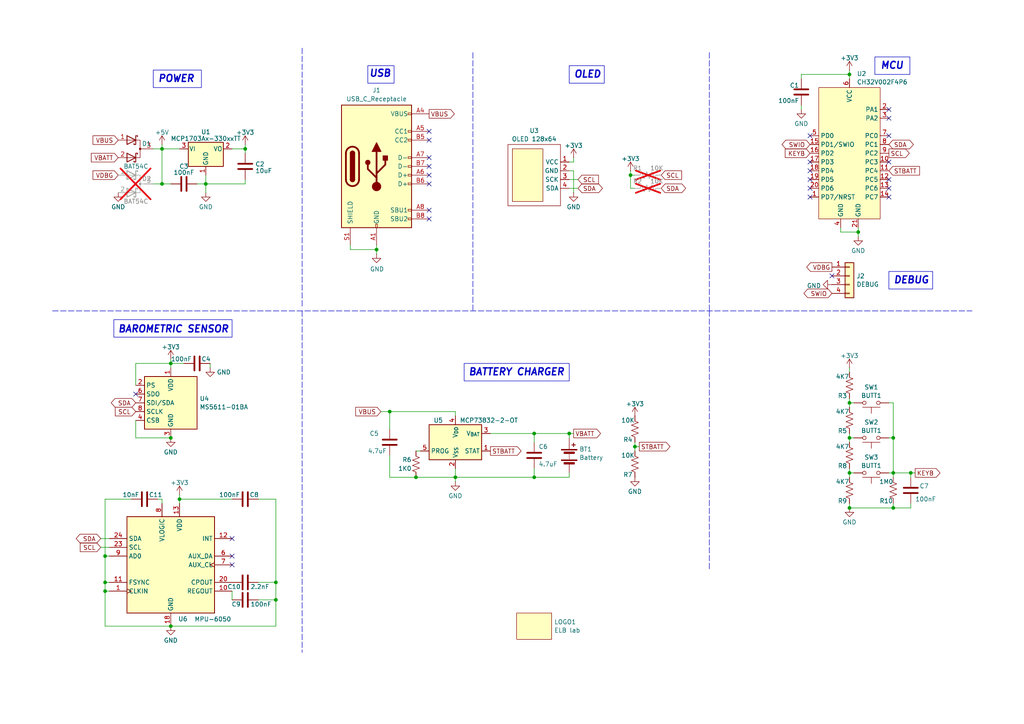
<source format=kicad_sch>
(kicad_sch (version 20250114) (generator "eeschema") (generator_version "9.0")
  (paper "A4")
  (title_block (title "ElbALTM 1") (date "2025-07-02") (rev "1.0") (company "ELB lab") (comment 4 "Altimetro portalie a batteria LiPo"))
  (lib_symbols
    (symbol "Battery_Management:MCP73831-2-OT"
      (property "Reference" "U" (at -7.62 6.35 0))
      (property "Value" "MCP73831-2-OT" (at 1.27 6.35 0))
      (symbol "MCP73831-2-OT_0_1"
        (rectangle (start -7.62 5.08) (end 7.62 -5.08) (stroke (width 0.254)) (fill (type background)))
      )
      (symbol "MCP73831-2-OT_1_1"
        (pin input line (at -10.16 -2.54 0) (length 2.54) (name "PROG") (number "5"))
        (pin power_in line (at 0 7.62 270) (length 2.54) (name "V_{DD}") (number "4"))
        (pin power_in line (at 0 -7.62 90) (length 2.54) (name "V_{SS}") (number "2"))
        (pin power_out line (at 10.16 2.54 180) (length 2.54) (name "V_{BAT}") (number "3"))
        (pin tri_state line (at 10.16 -2.54 180) (length 2.54) (name "STAT") (number "1"))
      )
    )
    (symbol "Connector:USB_C_Receptacle_USB2.0_16P" (pin_names (offset 1.016))
      (property "Reference" "J" (at 0 22.225 0))
      (property "Value" "USB_C_Receptacle_USB2.0_16P" (at 0 19.685 0))
      (symbol "USB_C_Receptacle_USB2.0_16P_0_0"
        (rectangle (start -0.254 -17.78) (end 0.254 -16.764))
        (rectangle (start 10.16 15.494) (end 9.144 14.986))
        (rectangle (start 10.16 10.414) (end 9.144 9.906))
        (rectangle (start 10.16 7.874) (end 9.144 7.366))
        (rectangle (start 10.16 2.794) (end 9.144 2.286))
        (rectangle (start 10.16 0.254) (end 9.144 -0.254))
        (rectangle (start 10.16 -2.286) (end 9.144 -2.794))
        (rectangle (start 10.16 -4.826) (end 9.144 -5.334))
        (rectangle (start 10.16 -12.446) (end 9.144 -12.954))
        (rectangle (start 10.16 -14.986) (end 9.144 -15.494))
      )
      (symbol "USB_C_Receptacle_USB2.0_16P_0_1"
        (rectangle (start -10.16 17.78) (end 10.16 -17.78) (stroke (width 0.254)) (fill (type background)))
        (polyline (pts (xy -8.89 -3.81) (xy -8.89 3.81)) (stroke (width 0.508)))
        (rectangle (start -7.62 -3.81) (end -6.35 3.81) (stroke (width 0.254)) (fill (type outline)))
        (arc (start -7.62 3.81) (mid -6.985 4.4423) (end -6.35 3.81) (stroke (width 0.254)))
        (arc (start -7.62 3.81) (mid -6.985 4.4423) (end -6.35 3.81) (stroke (width 0.254)) (fill (type outline)))
        (arc (start -8.89 3.81) (mid -6.985 5.7067) (end -5.08 3.81) (stroke (width 0.508)))
        (arc (start -5.08 -3.81) (mid -6.985 -5.7067) (end -8.89 -3.81) (stroke (width 0.508)))
        (arc (start -6.35 -3.81) (mid -6.985 -4.4423) (end -7.62 -3.81) (stroke (width 0.254)))
        (arc (start -6.35 -3.81) (mid -6.985 -4.4423) (end -7.62 -3.81) (stroke (width 0.254)) (fill (type outline)))
        (polyline (pts (xy -5.08 3.81) (xy -5.08 -3.81)) (stroke (width 0.508)))
        (circle (center -2.54 1.143) (radius 0.635) (stroke (width 0.254)) (fill (type outline)))
        (polyline (pts (xy -1.27 4.318) (xy 0 6.858) (xy 1.27 4.318) (xy -1.27 4.318)) (stroke (width 0.254)) (fill (type outline)))
        (polyline (pts (xy 0 -2.032) (xy 2.54 0.508) (xy 2.54 1.778)) (stroke (width 0.508)))
        (polyline (pts (xy 0 -3.302) (xy -2.54 -0.762) (xy -2.54 0.508)) (stroke (width 0.508)))
        (polyline (pts (xy 0 -5.842) (xy 0 4.318)) (stroke (width 0.508)))
        (circle (center 0 -5.842) (radius 1.27) (fill (type outline)))
        (rectangle (start 1.905 1.778) (end 3.175 3.048) (stroke (width 0.254)) (fill (type outline)))
      )
      (symbol "USB_C_Receptacle_USB2.0_16P_1_1"
        (pin passive line (at -7.62 -22.86 90) (length 5.08) (name "SHIELD") (number "S1"))
        (pin passive line (at 0 -22.86 90) (length 5.08) (name "GND") (number "A1"))
        (pin passive line (at 0 -22.86 90) (length 5.08) (hide yes) (name "GND") (number "A12"))
        (pin passive line (at 0 -22.86 90) (length 5.08) (hide yes) (name "GND") (number "B1"))
        (pin passive line (at 0 -22.86 90) (length 5.08) (hide yes) (name "GND") (number "B12"))
        (pin passive line (at 15.24 15.24 180) (length 5.08) (name "VBUS") (number "A4"))
        (pin passive line (at 15.24 15.24 180) (length 5.08) (hide yes) (name "VBUS") (number "A9"))
        (pin passive line (at 15.24 15.24 180) (length 5.08) (hide yes) (name "VBUS") (number "B4"))
        (pin passive line (at 15.24 15.24 180) (length 5.08) (hide yes) (name "VBUS") (number "B9"))
        (pin bidirectional line (at 15.24 10.16 180) (length 5.08) (name "CC1") (number "A5"))
        (pin bidirectional line (at 15.24 7.62 180) (length 5.08) (name "CC2") (number "B5"))
        (pin bidirectional line (at 15.24 2.54 180) (length 5.08) (name "D-") (number "A7"))
        (pin bidirectional line (at 15.24 0 180) (length 5.08) (name "D-") (number "B7"))
        (pin bidirectional line (at 15.24 -2.54 180) (length 5.08) (name "D+") (number "A6"))
        (pin bidirectional line (at 15.24 -5.08 180) (length 5.08) (name "D+") (number "B6"))
        (pin bidirectional line (at 15.24 -12.7 180) (length 5.08) (name "SBU1") (number "A8"))
        (pin bidirectional line (at 15.24 -15.24 180) (length 5.08) (name "SBU2") (number "B8"))
      )
    )
    (symbol "Connector_Generic:Conn_01x04" (pin_names (offset 1.016) (hide yes))
      (property "Reference" "J" (at 0 5.08 0))
      (property "Value" "Conn_01x04" (at 0 -7.62 0))
      (symbol "Conn_01x04_1_1"
        (rectangle (start -1.27 3.81) (end 1.27 -6.35) (stroke (width 0.254)) (fill (type background)))
        (rectangle (start -1.27 2.667) (end 0 2.413) (stroke (width 0.1524)))
        (rectangle (start -1.27 0.127) (end 0 -0.127) (stroke (width 0.1524)))
        (rectangle (start -1.27 -2.413) (end 0 -2.667) (stroke (width 0.1524)))
        (rectangle (start -1.27 -4.953) (end 0 -5.207) (stroke (width 0.1524)))
        (pin passive line (at -5.08 2.54 0) (length 3.81) (name "Pin_1") (number "1"))
        (pin passive line (at -5.08 0 0) (length 3.81) (name "Pin_2") (number "2"))
        (pin passive line (at -5.08 -2.54 0) (length 3.81) (name "Pin_3") (number "3"))
        (pin passive line (at -5.08 -5.08 0) (length 3.81) (name "Pin_4") (number "4"))
      )
    )
    (symbol "Device:Battery" (pin_numbers (hide yes)) (pin_names (offset 0) (hide yes))
      (property "Reference" "BT" (at 2.54 2.54 0))
      (property "Value" "Battery" (at 2.54 0 0))
      (symbol "Battery_0_1"
        (rectangle (start -2.286 1.778) (end 2.286 1.524) (fill (type outline)))
        (rectangle (start -2.286 -1.27) (end 2.286 -1.524) (fill (type outline)))
        (rectangle (start -1.524 1.016) (end 1.524 0.508) (fill (type outline)))
        (rectangle (start -1.524 -2.032) (end 1.524 -2.54) (fill (type outline)))
        (polyline (pts (xy 0 1.778) (xy 0 2.54)))
        (polyline (pts (xy 0 0) (xy 0 0.254)))
        (polyline (pts (xy 0 -0.508) (xy 0 -0.254)))
        (polyline (pts (xy 0 -1.016) (xy 0 -0.762)))
        (polyline (pts (xy 0.762 3.048) (xy 1.778 3.048)) (stroke (width 0.254)))
        (polyline (pts (xy 1.27 3.556) (xy 1.27 2.54)) (stroke (width 0.254)))
      )
      (symbol "Battery_1_1"
        (pin passive line (at 0 5.08 270) (length 2.54) (name "+") (number "1"))
        (pin passive line (at 0 -5.08 90) (length 2.54) (name "-") (number "2"))
      )
    )
    (symbol "Device:C" (pin_numbers (hide yes)) (pin_names (offset 0.254))
      (property "Reference" "C" (at 0.635 2.54 0))
      (property "Value" "C" (at 0.635 -2.54 0))
      (symbol "C_0_1"
        (polyline (pts (xy -2.032 0.762) (xy 2.032 0.762)) (stroke (width 0.508)))
        (polyline (pts (xy -2.032 -0.762) (xy 2.032 -0.762)) (stroke (width 0.508)))
      )
      (symbol "C_1_1"
        (pin passive line (at 0 3.81 270) (length 2.794) (name "~") (number "1"))
        (pin passive line (at 0 -3.81 90) (length 2.794) (name "~") (number "2"))
      )
    )
    (symbol "Device:D_Schottky_Dual_CommonCathode_AAK_Parallel" (pin_names (offset 0.762) (hide yes))
      (property "Reference" "D" (at 0 5.08 0))
      (property "Value" "D_Schottky_Dual_CommonCathode_AAK_Parallel" (at 0 -5.08 0))
      (symbol "D_Schottky_Dual_CommonCathode_AAK_Parallel_0_1"
        (polyline (pts (xy -2.54 3.81) (xy 0 2.54) (xy -2.54 1.27) (xy -2.54 3.81) (xy -2.54 3.81) (xy -2.54 3.81)) (stroke (width 0.254)))
        (polyline (pts (xy -2.54 -1.27) (xy 0 -2.54) (xy -2.54 -3.81) (xy -2.54 -1.27) (xy -2.54 -1.27) (xy -2.54 -1.27)) (stroke (width 0.254)))
        (polyline (pts (xy -2.54 -2.54) (xy 1.27 -2.54) (xy 1.27 2.54) (xy -2.54 2.54)))
        (polyline (pts (xy 0.508 3.556) (xy 0.508 3.81) (xy 0 3.81) (xy 0 1.27) (xy -0.508 1.27) (xy -0.508 1.524)) (stroke (width 0.254)))
        (polyline (pts (xy 0.508 -1.524) (xy 0.508 -1.27) (xy 0 -1.27) (xy 0 -3.81) (xy -0.508 -3.81) (xy -0.508 -3.556)) (stroke (width 0.254)))
        (polyline (pts (xy 1.27 0) (xy 2.54 0)))
        (circle (center 1.27 0) (radius 0.254) (fill (type outline)))
        (pin passive line (at -5.08 2.54 0) (length 2.54) (name "A") (number "1"))
        (pin passive line (at -5.08 -2.54 0) (length 2.54) (name "A") (number "2"))
        (pin passive line (at 5.08 0 180) (length 2.54) (name "K") (number "3"))
      )
    )
    (symbol "Device:R_US" (pin_numbers (hide yes)) (pin_names (offset 0))
      (property "Reference" "R" (at 2.54 0 90))
      (property "Value" "R_US" (at -2.54 0 90))
      (symbol "R_US_0_1"
        (polyline (pts (xy 0 2.286) (xy 0 2.54)))
        (polyline (pts (xy 0 2.286) (xy 1.016 1.905) (xy 0 1.524) (xy -1.016 1.143) (xy 0 0.762)))
        (polyline (pts (xy 0 0.762) (xy 1.016 0.381) (xy 0 0) (xy -1.016 -0.381) (xy 0 -0.762)))
        (polyline (pts (xy 0 -0.762) (xy 1.016 -1.143) (xy 0 -1.524) (xy -1.016 -1.905) (xy 0 -2.286)))
        (polyline (pts (xy 0 -2.286) (xy 0 -2.54)))
      )
      (symbol "R_US_1_1"
        (pin passive line (at 0 3.81 270) (length 1.27) (name "~") (number "1"))
        (pin passive line (at 0 -3.81 90) (length 1.27) (name "~") (number "2"))
      )
    )
    (symbol "MCU_WCH_CH32V002:CH32V002F4U6"
      (property "Reference" "U2" (at 2.1433 23.0675 0))
      (property "Value" "CH32V002F4P6" (at 2.1433 20.6432 0))
      (symbol "CH32V002F4U6_0_1"
        (rectangle (start -8.89 19.05) (end 8.89 -19.05) (fill (type background)))
      )
      (symbol "CH32V002F4U6_1_1"
        (pin bidirectional line (at -11.43 5.08 0) (length 2.54) (name "PD0") (number "5"))
        (pin bidirectional line (at -11.43 2.54 0) (length 2.54) (name "PD1/SWIO") (number "15"))
        (pin bidirectional line (at -11.43 0 0) (length 2.54) (name "PD2") (number "16"))
        (pin bidirectional line (at -11.43 -2.54 0) (length 2.54) (name "PD3") (number "17"))
        (pin bidirectional line (at -11.43 -5.08 0) (length 2.54) (name "PD4") (number "18"))
        (pin bidirectional line (at -11.43 -7.62 0) (length 2.54) (name "PD5") (number "19"))
        (pin bidirectional line (at -11.43 -10.16 0) (length 2.54) (name "PD6") (number "20"))
        (pin bidirectional line (at -11.43 -12.7 0) (length 2.54) (name "PD7/NRST") (number "1"))
        (pin power_in line (at -2.54 -21.59 90) (length 2.54) (name "GND") (number "4"))
        (pin power_in line (at 0 21.59 270) (length 2.54) (name "VCC") (number "6"))
        (pin power_in line (at 2.54 -21.59 90) (length 2.54) (name "GND") (number "21"))
        (pin bidirectional line (at 11.43 12.7 180) (length 2.54) (name "PA1") (number "2"))
        (pin bidirectional line (at 11.43 10.16 180) (length 2.54) (name "PA2") (number "3"))
        (pin bidirectional line (at 11.43 5.08 180) (length 2.54) (name "PC0") (number "7"))
        (pin bidirectional line (at 11.43 2.54 180) (length 2.54) (name "PC1") (number "8"))
        (pin bidirectional line (at 11.43 0 180) (length 2.54) (name "PC2") (number "9"))
        (pin bidirectional line (at 11.43 -2.54 180) (length 2.54) (name "PC3") (number "10"))
        (pin bidirectional line (at 11.43 -5.08 180) (length 2.54) (name "PC4") (number "11"))
        (pin bidirectional line (at 11.43 -7.62 180) (length 2.54) (name "PC5") (number "12"))
        (pin bidirectional line (at 11.43 -10.16 180) (length 2.54) (name "PC6") (number "13"))
        (pin bidirectional line (at 11.43 -12.7 180) (length 2.54) (name "PC7") (number "14"))
      )
    )
    (symbol "MyLibrary:ELB_Logo_Small"
      (property "Reference" "LOGO" (at 0 -1.27 0))
      (property "Value" "ELB_Logo" (at 0 1.27 0))
      (symbol "ELB_Logo_Small_0_1"
        (rectangle (start -5.08 3.81) (end 5.08 -3.81) (stroke (width 0.1524)) (fill (type background)))
      )
    )
    (symbol "OLED:OLED128x64"
      (property "Reference" "U" (at 5.08 11.43 0))
      (property "Value" "OLED 128x64" (at 5.08 8.89 0))
      (symbol "OLED128x64_0_1"
        (rectangle (start -8.89 7.62) (end 8.89 -7.62))
      )
      (symbol "OLED128x64_1_1"
        (rectangle (start -7.62 2.54) (end 7.62 -6.35) (fill (type background)))
        (pin power_in line (at -3.81 10.16 270) (length 2.54) (name "VCC") (number "1"))
        (pin power_in line (at -1.27 10.16 270) (length 2.54) (name "GND") (number "2"))
        (pin input line (at 1.27 10.16 270) (length 2.54) (name "SCK") (number "3"))
        (pin bidirectional line (at 3.81 10.16 270) (length 2.54) (name "SDA") (number "4"))
      )
    )
    (symbol "Regulator_Linear:MCP1703Ax-330xxTT" (pin_names (offset 0.254))
      (property "Reference" "U" (at -3.81 3.175 0))
      (property "Value" "MCP1703Ax-330xxTT" (at 0 3.175 0))
      (symbol "MCP1703Ax-330xxTT_0_1"
        (rectangle (start -5.08 -5.08) (end 5.08 1.905) (stroke (width 0.254)) (fill (type background)))
      )
      (symbol "MCP1703Ax-330xxTT_1_1"
        (pin power_in line (at -7.62 0 0) (length 2.54) (name "VI") (number "3"))
        (pin power_in line (at 0 -7.62 90) (length 2.54) (name "GND") (number "1"))
        (pin power_out line (at 7.62 0 180) (length 2.54) (name "VO") (number "2"))
      )
    )
    (symbol "Sensor_Motion:MPU-6050"
      (property "Reference" "U" (at -11.43 13.97 0))
      (property "Value" "MPU-6050" (at 7.62 -15.24 0))
      (symbol "MPU-6050_0_0"
        (text "" (at 12.7 -2.54 0) (effects (font (size 1.27 1.27))))
      )
      (symbol "MPU-6050_0_1"
        (rectangle (start -12.7 13.97) (end 12.7 -13.97) (stroke (width 0.254)) (fill (type background)))
      )
      (symbol "MPU-6050_1_1"
        (pin bidirectional line (at -17.78 7.62 0) (length 5.08) (name "SDA") (number "24"))
        (pin input line (at -17.78 5.08 0) (length 5.08) (name "SCL") (number "23"))
        (pin input line (at -17.78 2.54 0) (length 5.08) (name "AD0") (number "9"))
        (pin input line (at -17.78 -5.08 0) (length 5.08) (name "FSYNC") (number "11"))
        (pin input clock (at -17.78 -7.62 0) (length 5.08) (name "CLKIN") (number "1"))
        (pin no_connect line (at -12.7 12.7 0) (length 2.54) (hide yes) (name "NC") (number "2"))
        (pin no_connect line (at -12.7 10.16 0) (length 2.54) (hide yes) (name "NC") (number "3"))
        (pin no_connect line (at -12.7 0 0) (length 2.54) (hide yes) (name "NC") (number "4"))
        (pin no_connect line (at -12.7 -2.54 0) (length 2.54) (hide yes) (name "NC") (number "5"))
        (pin no_connect line (at -12.7 -10.16 0) (length 2.54) (hide yes) (name "NC") (number "14"))
        (pin power_in line (at -2.54 17.78 270) (length 3.81) (name "VLOGIC") (number "8"))
        (pin power_in line (at 0 -17.78 90) (length 3.81) (name "GND") (number "18"))
        (pin power_in line (at 2.54 17.78 270) (length 3.81) (name "VDD") (number "13"))
        (pin no_connect line (at 12.7 12.7 180) (length 2.54) (hide yes) (name "NC") (number "15"))
        (pin no_connect line (at 12.7 10.16 180) (length 2.54) (hide yes) (name "NC") (number "16"))
        (pin no_connect line (at 12.7 5.08 180) (length 2.54) (hide yes) (name "NC") (number "17"))
        (pin no_connect line (at 12.7 -2.54 180) (length 2.54) (hide yes) (name "RESV") (number "21"))
        (pin no_connect line (at 12.7 -10.16 180) (length 2.54) (hide yes) (name "RESV") (number "19"))
        (pin no_connect line (at 12.7 -12.7 180) (length 2.54) (hide yes) (name "RESV") (number "22"))
        (pin output line (at 17.78 7.62 180) (length 5.08) (name "INT") (number "12"))
        (pin bidirectional line (at 17.78 2.54 180) (length 5.08) (name "AUX_DA") (number "6"))
        (pin output clock (at 17.78 0 180) (length 5.08) (name "AUX_CL") (number "7"))
        (pin passive line (at 17.78 -5.08 180) (length 5.08) (name "CPOUT") (number "20"))
        (pin passive line (at 17.78 -7.62 180) (length 5.08) (name "REGOUT") (number "10"))
      )
    )
    (symbol "Sensor_Pressure:MS5611-01BA"
      (property "Reference" "U" (at -6.35 8.89 0))
      (property "Value" "MS5611-01BA" (at 7.62 8.89 0))
      (symbol "MS5611-01BA_0_1"
        (rectangle (start -7.62 7.62) (end 7.62 -7.62) (stroke (width 0.254)) (fill (type background)))
      )
      (symbol "MS5611-01BA_1_1"
        (pin input line (at -10.16 5.08 0) (length 2.54) (name "PS") (number "2"))
        (pin output line (at -10.16 2.54 0) (length 2.54) (name "SDO") (number "6"))
        (pin bidirectional line (at -10.16 0 0) (length 2.54) (name "SDI/SDA") (number "7"))
        (pin input line (at -10.16 -2.54 0) (length 2.54) (name "SCLK") (number "8"))
        (pin input line (at -10.16 -5.08 0) (length 2.54) (name "CSB") (number "4"))
        (pin input line (at -10.16 -5.08 0) (length 2.54) (hide yes) (name "CSB") (number "5"))
        (pin power_in line (at 0 10.16 270) (length 2.54) (name "VDD") (number "1"))
        (pin power_in line (at 0 -10.16 90) (length 2.54) (name "GND") (number "3"))
      )
    )
    (symbol "Switch:SW_Push" (pin_numbers (hide yes)) (pin_names (offset 1.016) (hide yes))
      (property "Reference" "SW" (at 1.27 2.54 0))
      (property "Value" "SW_Push" (at 0 -1.524 0))
      (symbol "SW_Push_0_1"
        (circle (center -2.032 0) (radius 0.508))
        (polyline (pts (xy 0 1.27) (xy 0 3.048)))
        (circle (center 2.032 0) (radius 0.508))
        (polyline (pts (xy 2.54 1.27) (xy -2.54 1.27)))
        (pin passive line (at -5.08 0 0) (length 2.54) (name "1") (number "1"))
        (pin passive line (at 5.08 0 180) (length 2.54) (name "2") (number "2"))
      )
    )
    (symbol "power:+3V3" (power) (pin_numbers (hide yes)) (pin_names (offset 0) (hide yes))
      (property "Value" "+3V3" (at 0 3.556 0))
      (symbol "+3V3_0_1"
        (polyline (pts (xy -0.762 1.27) (xy 0 2.54)))
        (polyline (pts (xy 0 2.54) (xy 0.762 1.27)))
        (polyline (pts (xy 0 0) (xy 0 2.54)))
      )
      (symbol "+3V3_1_1"
        (pin power_in line (at 0 0 90) (length 0) (name "~") (number "1"))
      )
    )
    (symbol "power:+5V" (power) (pin_numbers (hide yes)) (pin_names (offset 0) (hide yes))
      (property "Value" "+5V" (at 0 3.556 0))
      (symbol "+5V_0_1"
        (polyline (pts (xy -0.762 1.27) (xy 0 2.54)))
        (polyline (pts (xy 0 2.54) (xy 0.762 1.27)))
        (polyline (pts (xy 0 0) (xy 0 2.54)))
      )
      (symbol "+5V_1_1"
        (pin power_in line (at 0 0 90) (length 0) (name "~") (number "1"))
      )
    )
    (symbol "power:GND" (power) (pin_numbers (hide yes)) (pin_names (offset 0) (hide yes))
      (property "Value" "GND" (at 0 -3.81 0))
      (symbol "GND_0_1"
        (polyline (pts (xy 0 0) (xy 0 -1.27) (xy 1.27 -1.27) (xy 0 -2.54) (xy -1.27 -1.27) (xy 0 -1.27)))
      )
      (symbol "GND_1_1"
        (pin power_in line (at 0 0 270) (length 0) (name "~") (number "1"))
      )
    )
  )
  (rectangle (start 33.02 92.71) (end 67.31 97.79))
  (rectangle (start 257.81 78.74) (end 270.51 83.82))
  (rectangle (start 106.68 19.05) (end 114.3 24.13))
  (rectangle (start 134.62 105.41) (end 165.1 110.49))
  (rectangle (start 165.1 19.05) (end 175.26 24.13))
  (rectangle (start 253.746 16.51) (end 263.906 21.59))
  (rectangle (start 44.45 20.32) (end 58.42 25.4))
  (text "POWER\n" (at 45.72 24.13 0) (effects (font (size 2.0066 2.0066) (thickness 0.4013) (bold yes) (italic yes)) (justify left bottom)))
  (text "USB" (at 113.538 22.606 0) (effects (font (size 2.0066 2.0066) (thickness 0.4013) (bold yes) (italic yes)) (justify right bottom)))
  (text "BATTERY CHARGER" (at 163.83 109.22 0) (effects (font (size 2.0066 2.0066) (thickness 0.4013) (bold yes) (italic yes)) (justify right bottom)))
  (text "DEBUG" (at 259.08 82.55 0) (effects (font (size 2.0066 2.0066) (thickness 0.4013) (bold yes) (italic yes)) (justify left bottom)))
  (text "BAROMETRIC SENSOR" (at 50.292 96.774 0) (effects (font (size 2.0066 2.0066) (thickness 0.4013) (bold yes) (italic yes)) (justify bottom)))
  (text "OLED" (at 166.37 22.86 0) (effects (font (size 2.0066 2.0066) (thickness 0.4013) (bold yes) (italic yes)) (justify left bottom)))
  (text "MCU" (at 255.27 20.32 0) (effects (font (size 2.0066 2.0066) (thickness 0.4013) (bold yes) (italic yes)) (justify left bottom)))
  (junction (at 71.12 43.18))
  (junction (at 113.03 119.38))
  (junction (at 109.22 72.39))
  (junction (at 49.53 127))
  (junction (at 246.38 147.32))
  (junction (at 182.88 50.8))
  (junction (at 132.08 138.43))
  (junction (at 184.15 129.54))
  (junction (at 46.99 53.34))
  (junction (at 246.38 137.16))
  (junction (at 80.01 173.99))
  (junction (at 248.92 67.31))
  (junction (at 264.16 137.16))
  (junction (at 259.08 137.16))
  (junction (at 259.08 147.32))
  (junction (at 259.08 127))
  (junction (at 49.53 181.61))
  (junction (at 30.48 171.45))
  (junction (at 52.07 144.78))
  (junction (at 30.48 161.29))
  (junction (at 246.38 21.59))
  (junction (at 46.99 43.18))
  (junction (at 80.01 168.91))
  (junction (at 49.53 105.41))
  (junction (at 165.1 125.73))
  (junction (at 120.65 138.43))
  (junction (at 246.38 116.84))
  (junction (at 246.38 127))
  (junction (at 30.48 168.91))
  (junction (at 154.94 138.43))
  (junction (at 154.94 125.73))
  (junction (at 59.69 53.34))
  (no_connect (at 124.46 53.34))
  (no_connect (at 124.46 60.96))
  (no_connect (at 124.46 50.8))
  (no_connect (at 124.46 45.72))
  (no_connect (at 234.95 39.37))
  (no_connect (at 67.31 161.29))
  (no_connect (at 124.46 48.26))
  (no_connect (at 257.81 34.29))
  (no_connect (at 234.95 57.15))
  (no_connect (at 257.81 57.15))
  (no_connect (at 67.31 163.83))
  (no_connect (at 234.95 52.07))
  (no_connect (at 124.46 63.5))
  (no_connect (at 234.95 49.53))
  (no_connect (at 124.46 40.64))
  (no_connect (at 67.31 156.21))
  (no_connect (at 234.95 54.61))
  (no_connect (at 241.3 80.01))
  (no_connect (at 257.81 54.61))
  (no_connect (at 39.37 114.3))
  (no_connect (at 257.81 39.37))
  (no_connect (at 124.46 38.1))
  (no_connect (at 257.81 52.07))
  (no_connect (at 234.95 46.99))
  (no_connect (at 257.81 46.99))
  (no_connect (at 257.81 31.75))
  (wire (pts (xy 101.6 71.12) (xy 101.6 72.39)))
  (wire (pts (xy 246.38 135.89) (xy 246.38 137.16)))
  (wire (pts (xy 184.15 129.54) (xy 184.15 130.81)))
  (wire (pts (xy 31.75 161.29) (xy 30.48 161.29)))
  (wire (pts (xy 248.92 66.04) (xy 248.92 67.31)))
  (wire (pts (xy 246.38 127) (xy 246.38 128.27)))
  (wire (pts (xy 113.03 119.38) (xy 113.03 124.46)))
  (wire (pts (xy 165.1 125.73) (xy 166.37 125.73)))
  (wire (pts (xy 39.37 105.41) (xy 39.37 111.76)))
  (wire (pts (xy 44.45 53.34) (xy 46.99 53.34)))
  (wire (pts (xy 30.48 161.29) (xy 30.48 168.91)))
  (wire (pts (xy 165.1 46.99) (xy 166.37 46.99)))
  (wire (pts (xy 243.84 67.31) (xy 248.92 67.31)))
  (wire (pts (xy 29.21 158.75) (xy 31.75 158.75)))
  (wire (pts (xy 246.38 21.59) (xy 246.38 22.86)))
  (wire (pts (xy 46.99 144.78) (xy 45.72 144.78)))
  (wire (pts (xy 165.1 54.61) (xy 167.64 54.61)))
  (wire (pts (xy 246.38 21.59) (xy 232.41 21.59)))
  (wire (pts (xy 182.88 54.61) (xy 184.15 54.61)))
  (wire (pts (xy 142.24 125.73) (xy 154.94 125.73)))
  (wire (pts (xy 52.07 144.78) (xy 67.31 144.78)))
  (wire (pts (xy 165.1 137.16) (xy 165.1 138.43)))
  (wire (pts (xy 248.92 67.31) (xy 248.92 68.58)))
  (wire (pts (xy 38.1 144.78) (xy 30.48 144.78)))
  (wire (pts (xy 71.12 41.91) (xy 71.12 43.18)))
  (wire (pts (xy 264.16 137.16) (xy 264.16 138.43)))
  (wire (pts (xy 67.31 43.18) (xy 71.12 43.18)))
  (wire (pts (xy 80.01 173.99) (xy 80.01 168.91)))
  (polyline (pts (xy 205.74 15.24) (xy 205.74 90.17)) (stroke (width 0) (type dash)))
  (wire (pts (xy 165.1 52.07) (xy 167.64 52.07)))
  (wire (pts (xy 59.69 53.34) (xy 59.69 50.8)))
  (wire (pts (xy 166.37 49.53) (xy 166.37 55.88)))
  (wire (pts (xy 154.94 135.89) (xy 154.94 138.43)))
  (wire (pts (xy 30.48 144.78) (xy 30.48 161.29)))
  (polyline (pts (xy 87.63 90.17) (xy 87.63 189.23)) (stroke (width 0) (type dash)))
  (wire (pts (xy 71.12 53.34) (xy 59.69 53.34)))
  (wire (pts (xy 165.1 125.73) (xy 154.94 125.73)))
  (wire (pts (xy 232.41 21.59) (xy 232.41 22.86)))
  (wire (pts (xy 113.03 119.38) (xy 132.08 119.38)))
  (wire (pts (xy 30.48 181.61) (xy 49.53 181.61)))
  (wire (pts (xy 49.53 53.34) (xy 46.99 53.34)))
  (wire (pts (xy 67.31 173.99) (xy 67.31 171.45)))
  (wire (pts (xy 243.84 66.04) (xy 243.84 67.31)))
  (wire (pts (xy 109.22 72.39) (xy 109.22 73.66)))
  (wire (pts (xy 113.03 138.43) (xy 120.65 138.43)))
  (wire (pts (xy 259.08 137.16) (xy 259.08 138.43)))
  (wire (pts (xy 264.16 137.16) (xy 265.43 137.16)))
  (wire (pts (xy 132.08 138.43) (xy 154.94 138.43)))
  (wire (pts (xy 110.49 119.38) (xy 113.03 119.38)))
  (wire (pts (xy 46.99 41.91) (xy 46.99 43.18)))
  (wire (pts (xy 182.88 50.8) (xy 182.88 54.61)))
  (wire (pts (xy 132.08 135.89) (xy 132.08 138.43)))
  (wire (pts (xy 166.37 46.99) (xy 166.37 45.72)))
  (wire (pts (xy 46.99 43.18) (xy 52.07 43.18)))
  (wire (pts (xy 165.1 127) (xy 165.1 125.73)))
  (wire (pts (xy 80.01 144.78) (xy 80.01 168.91)))
  (wire (pts (xy 80.01 181.61) (xy 80.01 173.99)))
  (wire (pts (xy 246.38 20.32) (xy 246.38 21.59)))
  (wire (pts (xy 59.69 53.34) (xy 59.69 55.88)))
  (wire (pts (xy 165.1 49.53) (xy 166.37 49.53)))
  (wire (pts (xy 52.07 143.51) (xy 52.07 144.78)))
  (wire (pts (xy 74.93 144.78) (xy 80.01 144.78)))
  (wire (pts (xy 30.48 168.91) (xy 31.75 168.91)))
  (wire (pts (xy 259.08 147.32) (xy 264.16 147.32)))
  (wire (pts (xy 74.93 173.99) (xy 80.01 173.99)))
  (wire (pts (xy 30.48 168.91) (xy 30.48 171.45)))
  (wire (pts (xy 113.03 138.43) (xy 113.03 132.08)))
  (wire (pts (xy 49.53 181.61) (xy 80.01 181.61)))
  (wire (pts (xy 246.38 125.73) (xy 246.38 127)))
  (wire (pts (xy 30.48 171.45) (xy 31.75 171.45)))
  (wire (pts (xy 46.99 146.05) (xy 46.99 144.78)))
  (wire (pts (xy 39.37 127) (xy 49.53 127)))
  (wire (pts (xy 60.96 105.41) (xy 60.96 106.68)))
  (wire (pts (xy 246.38 115.57) (xy 246.38 116.84)))
  (wire (pts (xy 71.12 44.45) (xy 71.12 43.18)))
  (polyline (pts (xy 87.63 13.97) (xy 87.63 88.9)) (stroke (width 0) (type dash)))
  (wire (pts (xy 109.22 71.12) (xy 109.22 72.39)))
  (wire (pts (xy 259.08 146.05) (xy 259.08 147.32)))
  (wire (pts (xy 182.88 49.53) (xy 182.88 50.8)))
  (wire (pts (xy 132.08 139.7) (xy 132.08 138.43)))
  (wire (pts (xy 39.37 105.41) (xy 49.53 105.41)))
  (wire (pts (xy 246.38 137.16) (xy 247.65 137.16)))
  (wire (pts (xy 46.99 53.34) (xy 46.99 43.18)))
  (wire (pts (xy 49.53 105.41) (xy 53.34 105.41)))
  (wire (pts (xy 259.08 137.16) (xy 264.16 137.16)))
  (wire (pts (xy 49.53 105.41) (xy 49.53 106.68)))
  (wire (pts (xy 246.38 127) (xy 247.65 127)))
  (wire (pts (xy 247.65 116.84) (xy 246.38 116.84)))
  (wire (pts (xy 80.01 168.91) (xy 74.93 168.91)))
  (wire (pts (xy 184.15 129.54) (xy 185.42 129.54)))
  (wire (pts (xy 154.94 125.73) (xy 154.94 128.27)))
  (wire (pts (xy 246.38 116.84) (xy 246.38 118.11)))
  (wire (pts (xy 132.08 119.38) (xy 132.08 120.65)))
  (wire (pts (xy 246.38 106.68) (xy 246.38 107.95)))
  (wire (pts (xy 57.15 53.34) (xy 59.69 53.34)))
  (wire (pts (xy 52.07 144.78) (xy 52.07 146.05)))
  (wire (pts (xy 264.16 146.05) (xy 264.16 147.32)))
  (wire (pts (xy 246.38 137.16) (xy 246.38 138.43)))
  (wire (pts (xy 39.37 121.92) (xy 39.37 127)))
  (wire (pts (xy 30.48 171.45) (xy 30.48 181.61)))
  (wire (pts (xy 246.38 147.32) (xy 246.38 146.05)))
  (wire (pts (xy 120.65 138.43) (xy 132.08 138.43)))
  (polyline (pts (xy 15.24 90.17) (xy 281.94 90.17)) (stroke (width 0) (type dash)))
  (wire (pts (xy 257.81 127) (xy 259.08 127)))
  (wire (pts (xy 184.15 128.27) (xy 184.15 129.54)))
  (polyline (pts (xy 205.74 90.17) (xy 205.74 165.1)) (stroke (width 0) (type dash)))
  (wire (pts (xy 120.65 130.81) (xy 121.92 130.81)))
  (polyline (pts (xy 137.16 15.24) (xy 137.16 90.17)) (stroke (width 0) (type dash)))
  (wire (pts (xy 259.08 127) (xy 259.08 137.16)))
  (wire (pts (xy 257.81 116.84) (xy 259.08 116.84)))
  (wire (pts (xy 259.08 116.84) (xy 259.08 127)))
  (wire (pts (xy 246.38 147.32) (xy 259.08 147.32)))
  (wire (pts (xy 71.12 52.07) (xy 71.12 53.34)))
  (wire (pts (xy 154.94 138.43) (xy 165.1 138.43)))
  (wire (pts (xy 49.53 104.14) (xy 49.53 105.41)))
  (wire (pts (xy 44.45 43.18) (xy 46.99 43.18)))
  (wire (pts (xy 182.88 50.8) (xy 184.15 50.8)))
  (wire (pts (xy 232.41 30.48) (xy 232.41 31.75)))
  (wire (pts (xy 29.21 156.21) (xy 31.75 156.21)))
  (wire (pts (xy 257.81 137.16) (xy 259.08 137.16)))
  (wire (pts (xy 101.6 72.39) (xy 109.22 72.39)))
  (global_label "STBATT" (shape output) (at 142.24 130.81 0) (property "Intersheetrefs" "${INTERSHEET_REFS}" (effects (hide yes))))
  (global_label "SDA" (shape bidirectional) (at 39.37 116.84 180) (property "Intersheetrefs" "${INTERSHEET_REFS}" (effects (hide yes))))
  (global_label "STBATT" (shape output) (at 185.42 129.54 0) (property "Intersheetrefs" "${INTERSHEET_REFS}" (effects (hide yes))))
  (global_label "SCL" (shape input) (at 167.64 52.07 0) (property "Intersheetrefs" "${INTERSHEET_REFS}" (effects (hide yes))))
  (global_label "SDA" (shape bidirectional) (at 29.21 156.21 180) (property "Intersheetrefs" "${INTERSHEET_REFS}" (effects (hide yes))))
  (global_label "VBATT" (shape input) (at 34.29 45.72 180) (property "Intersheetrefs" "${INTERSHEET_REFS}" (effects (hide yes))))
  (global_label "SWIO" (shape bidirectional) (at 234.95 41.91 180) (property "Intersheetrefs" "${INTERSHEET_REFS}" (effects (hide yes))))
  (global_label "VBUS" (shape input) (at 110.49 119.38 180) (property "Intersheetrefs" "${INTERSHEET_REFS}" (effects (hide yes))))
  (global_label "SDA" (shape bidirectional) (at 167.64 54.61 0) (property "Intersheetrefs" "${INTERSHEET_REFS}" (effects (hide yes))))
  (global_label "SCL" (shape input) (at 29.21 158.75 180) (property "Intersheetrefs" "${INTERSHEET_REFS}" (effects (hide yes))))
  (global_label "VBUS" (shape output) (at 124.46 33.02 0) (property "Intersheetrefs" "${INTERSHEET_REFS}" (effects (hide yes))))
  (global_label "SCL" (shape input) (at 191.77 50.8 0) (property "Intersheetrefs" "${INTERSHEET_REFS}" (effects (hide yes))))
  (global_label "VBUS" (shape input) (at 34.29 40.64 180) (property "Intersheetrefs" "${INTERSHEET_REFS}" (effects (hide yes))))
  (global_label "VBATT" (shape output) (at 166.37 125.73 0) (property "Intersheetrefs" "${INTERSHEET_REFS}" (effects (hide yes))))
  (global_label "VDBG" (shape output) (at 241.3 77.47 180) (property "Intersheetrefs" "${INTERSHEET_REFS}" (effects (hide yes))))
  (global_label "KEYB" (shape output) (at 265.43 137.16 0) (property "Intersheetrefs" "${INTERSHEET_REFS}" (effects (hide yes))))
  (global_label "VDBG" (shape input) (at 34.29 50.8 180) (property "Intersheetrefs" "${INTERSHEET_REFS}" (effects (hide yes))))
  (global_label "SCL" (shape input) (at 39.37 119.38 180) (property "Intersheetrefs" "${INTERSHEET_REFS}" (effects (hide yes))))
  (global_label "SCL" (shape output) (at 257.81 44.45 0) (property "Intersheetrefs" "${INTERSHEET_REFS}" (effects (hide yes))))
  (global_label "KEYB" (shape input) (at 234.95 44.45 180) (property "Intersheetrefs" "${INTERSHEET_REFS}" (effects (hide yes))))
  (global_label "SDA" (shape bidirectional) (at 191.77 54.61 0) (property "Intersheetrefs" "${INTERSHEET_REFS}" (effects (hide yes))))
  (global_label "SDA" (shape bidirectional) (at 257.81 41.91 0) (property "Intersheetrefs" "${INTERSHEET_REFS}" (effects (hide yes))))
  (global_label "SWIO" (shape bidirectional) (at 241.3 85.09 180) (property "Intersheetrefs" "${INTERSHEET_REFS}" (effects (hide yes))))
  (global_label "STBATT" (shape input) (at 257.81 49.53 0) (property "Intersheetrefs" "${INTERSHEET_REFS}" (effects (hide yes))))
  (symbol (lib_id "power:GND") (at 241.3 82.55 270) (unit 1)
    (property "Reference" "#PWR012" (effects (hide yes)))
    (property "Value" "GND" (at 238.1251 82.8668 90) (effects (justify right)))
    (property "Description" "Power symbol creates a global label with name \"GND\" , ground" (effects (hide yes)))
  )
  (symbol (lib_id "Device:C") (at 232.41 26.67 0) (unit 1)
    (property "Reference" "C1" (at 231.775 24.765 0) (effects (justify right)))
    (property "Value" "100nF" (at 231.775 29.21 0) (effects (justify right)))
    (property "Footprint" "Capacitor_SMD:C_0805_2012Metric_Pad1.18x1.45mm_HandSolder" (effects (hide yes)))
    (property "Description" "Unpolarized capacitor" (effects (hide yes)))
  )
  (symbol (lib_id "Device:C") (at 113.03 128.27 0) (unit 1)
    (property "Reference" "C5" (at 107.188 125.73 0) (effects (justify left)))
    (property "Value" "4.7uF" (at 106.68 130.81 0) (effects (justify left)))
    (property "Footprint" "Capacitor_SMD:C_0805_2012Metric_Pad1.18x1.45mm_HandSolder" (effects (hide yes)))
  )
  (symbol (lib_id "Device:C") (at 264.16 142.24 0) (unit 1)
    (property "Reference" "C7" (at 266.7 140.97 0) (effects (justify left)))
    (property "Value" "100nF" (at 265.43 144.78 0) (effects (justify left)))
    (property "Footprint" "Capacitor_SMD:C_0805_2012Metric_Pad1.18x1.45mm_HandSolder" (effects (hide yes)))
  )
  (symbol (lib_id "power:GND") (at 59.69 55.88 0) (unit 1)
    (property "Reference" "#PWR08" (effects (hide yes)))
    (property "Value" "GND" (at 59.69 60.0155 0))
    (property "Description" "Power symbol creates a global label with name \"GND\" , ground" (effects (hide yes)))
  )
  (symbol (lib_id "Device:R_US") (at 246.38 121.92 180) (unit 1)
    (property "Reference" "R5" (at 244.348 124.968 0))
    (property "Value" "4K7" (at 244.348 119.38 0))
    (property "Footprint" "Resistor_SMD:R_0805_2012Metric_Pad1.20x1.40mm_HandSolder" (effects (hide yes)))
    (property "Description" "Resistor, US symbol" (effects (hide yes)))
  )
  (symbol (lib_id "Device:R_US") (at 187.96 50.8 90) (unit 1) (dnp yes)
    (property "Reference" "R1" (at 184.912 48.768 90))
    (property "Value" "10K" (at 190.5 48.768 90))
    (property "Footprint" "Resistor_SMD:R_0805_2012Metric_Pad1.20x1.40mm_HandSolder" (effects (hide yes)))
    (property "Description" "Resistor, US symbol" (effects (hide yes)))
  )
  (symbol (lib_id "OLED:OLED128x64") (at 154.94 50.8 270) (unit 1)
    (property "Reference" "U3" (at 154.94 37.8925 90))
    (property "Value" "OLED 128x64" (at 154.94 40.3168 90))
    (property "Footprint" "OLED:oled128x64_wo_holes" (effects (hide yes)))
  )
  (symbol (lib_id "power:GND") (at 166.37 55.88 0) (unit 1)
    (property "Reference" "#PWR09" (effects (hide yes)))
    (property "Value" "GND" (at 166.37 60.0155 0))
    (property "Description" "Power symbol creates a global label with name \"GND\" , ground" (effects (hide yes)))
  )
  (symbol (lib_id "Device:C") (at 71.12 48.26 0) (unit 1)
    (property "Reference" "C2" (at 74.041 47.6163 0) (effects (justify left)))
    (property "Value" "10uF" (at 74.041 49.5373 0) (effects (justify left)))
    (property "Footprint" "Capacitor_SMD:C_0805_2012Metric_Pad1.18x1.45mm_HandSolder" (effects (hide yes)))
    (property "Description" "Unpolarized capacitor" (effects (hide yes)))
  )
  (symbol (lib_id "Device:C") (at 71.12 173.99 90) (mirror x) (unit 1)
    (property "Reference" "C9" (at 69.85 175.26 90) (effects (justify left)))
    (property "Value" "100nF" (at 72.644 175.26 90) (effects (justify right)))
    (property "Footprint" "Capacitor_SMD:C_0805_2012Metric_Pad1.18x1.45mm_HandSolder" (effects (hide yes)))
  )
  (symbol (lib_id "power:GND") (at 34.29 55.88 0) (unit 1)
    (property "Reference" "#PWR07" (effects (hide yes)))
    (property "Value" "GND" (at 34.29 60.0155 0))
    (property "Description" "Power symbol creates a global label with name \"GND\" , ground" (effects (hide yes)))
  )
  (symbol (lib_id "Device:R_US") (at 120.65 134.62 0) (unit 1)
    (property "Reference" "R6" (at 119.38 133.35 0) (effects (justify right)))
    (property "Value" "1K0" (at 119.38 135.89 0) (effects (justify right)))
    (property "Footprint" "Resistor_SMD:R_0805_2012Metric_Pad1.20x1.40mm_HandSolder" (effects (hide yes)))
  )
  (symbol (lib_id "power:GND") (at 184.15 138.43 0) (unit 1)
    (property "Reference" "#PWR018" (effects (hide yes)))
    (property "Value" "GND" (at 184.15 142.5631 0))
  )
  (symbol (lib_id "Device:D_Schottky_Dual_CommonCathode_AAK_Parallel") (at 39.37 53.34 0) (unit 1) (dnp yes)
    (property "Reference" "D2" (at 41.148 51.816 0) (effects (justify left)))
    (property "Value" "BAT54C" (at 35.814 58.42 0) (effects (justify left)))
    (property "Footprint" "Package_TO_SOT_SMD:SOT-23" (effects (hide yes)))
    (property "Description" "Dual Schottky diode, common cathode on pin 3" (effects (hide yes)))
  )
  (symbol (lib_id "Device:R_US") (at 246.38 111.76 180) (unit 1)
    (property "Reference" "R3" (at 244.348 114.808 0))
    (property "Value" "4K7" (at 244.348 109.22 0))
    (property "Footprint" "Resistor_SMD:R_0805_2012Metric_Pad1.20x1.40mm_HandSolder" (effects (hide yes)))
    (property "Description" "Resistor, US symbol" (effects (hide yes)))
  )
  (symbol (lib_id "power:GND") (at 248.92 68.58 0) (unit 1)
    (property "Reference" "#PWR010" (effects (hide yes)))
    (property "Value" "GND" (at 248.92 72.7155 0))
    (property "Description" "Power symbol creates a global label with name \"GND\" , ground" (effects (hide yes)))
  )
  (symbol (lib_id "Sensor_Pressure:MS5611-01BA") (at 49.53 116.84 0) (unit 1)
    (property "Reference" "U4" (at 57.912 115.6278 0) (effects (justify left)))
    (property "Value" "MS5611-01BA" (at 57.912 118.0521 0) (effects (justify left)))
    (property "Footprint" "Package_LGA:LGA-8_3x5mm_P1.25mm" (effects (hide yes)))
    (property "Datasheet" "https://www.te.com/commerce/DocumentDelivery/DDEController?Action=srchrtrv&DocNm=MS5611-01BA03&DocType=Data+Sheet&DocLang=English" (effects (hide yes)))
    (property "Description" "Barometric pressure sensor, 10cm resolution, 10 to 1200 mbar, I2C and SPI interface up to 20MHz, LGA-8" (effects (hide yes)))
  )
  (symbol (lib_id "Device:C") (at 71.12 144.78 270) (mirror x) (unit 1)
    (property "Reference" "C8" (at 72.39 143.51 90) (effects (justify left)))
    (property "Value" "100nF" (at 69.596 143.51 90) (effects (justify right)))
    (property "Footprint" "Capacitor_SMD:C_0805_2012Metric_Pad1.18x1.45mm_HandSolder" (effects (hide yes)))
  )
  (symbol (lib_id "Device:C") (at 57.15 105.41 270) (mirror x) (unit 1)
    (property "Reference" "C4" (at 58.42 104.14 90) (effects (justify left)))
    (property "Value" "100nF" (at 55.626 104.14 90) (effects (justify right)))
    (property "Footprint" "Capacitor_SMD:C_0805_2012Metric_Pad1.18x1.45mm_HandSolder" (effects (hide yes)))
  )
  (symbol (lib_id "Switch:SW_Push") (at 252.73 137.16 180) (unit 1)
    (property "Reference" "SW3" (at 252.73 132.6345 0))
    (property "Value" "BUTT1" (at 252.73 135.0588 0))
    (property "Footprint" "Button_Switch_THT:SW_PUSH_6mm_H5mm" (effects (hide yes)))
    (property "Description" "Push button switch, generic, two pins" (effects (hide yes)))
  )
  (symbol (lib_id "Switch:SW_Push") (at 252.73 116.84 180) (unit 1)
    (property "Reference" "SW1" (at 252.73 112.3145 0))
    (property "Value" "BUTT1" (at 252.73 114.7388 0))
    (property "Footprint" "Button_Switch_THT:SW_PUSH_6mm_H5mm" (effects (hide yes)))
    (property "Description" "Push button switch, generic, two pins" (effects (hide yes)))
  )
  (symbol (lib_id "power:+3V3") (at 49.53 104.14 0) (unit 1)
    (property "Reference" "#PWR013" (effects (hide yes)))
    (property "Value" "+3V3" (at 49.53 100.6381 0))
    (property "Description" "Power symbol creates a global label with name \"+3V3\"" (effects (hide yes)))
  )
  (symbol (lib_id "Device:C") (at 53.34 53.34 90) (unit 1)
    (property "Reference" "C3" (at 53.34 48.26 90))
    (property "Value" "100nF" (at 53.34 50.038 90))
    (property "Footprint" "Capacitor_SMD:C_0805_2012Metric_Pad1.18x1.45mm_HandSolder" (effects (hide yes)))
    (property "Description" "Unpolarized capacitor" (effects (hide yes)))
  )
  (symbol (lib_id "power:GND") (at 60.96 106.68 0) (unit 1)
    (property "Reference" "#PWR014" (effects (hide yes)))
    (property "Value" "GND" (at 62.865 107.95 0) (effects (justify left)))
  )
  (symbol (lib_id "Device:Battery") (at 165.1 132.08 0) (unit 1)
    (property "Reference" "BT1" (at 168.021 130.2964 0) (effects (justify left)))
    (property "Value" "Battery" (at 168.021 132.7206 0) (effects (justify left)))
    (property "Footprint" "Connector_JST:JST_PH_B2B-PH-K_1x02_P2.00mm_Vertical" (effects (hide yes)))
  )
  (symbol (lib_id "Connector:USB_C_Receptacle_USB2.0_16P") (at 109.22 48.26 0) (unit 1)
    (property "Reference" "J1" (at 109.22 26.1651 0))
    (property "Value" "USB_C_Receptacle" (at 109.22 28.702 0))
    (property "Footprint" "Connector_USB:USB_C_Receptacle_HRO_TYPE-C-31-M-12" (effects (hide yes)))
    (property "Datasheet" "https://www.usb.org/sites/default/files/documents/usb_type-c.zip" (effects (hide yes)))
    (property "Description" "USB 2.0-only 16P Type-C Receptacle connector" (effects (hide yes)))
  )
  (symbol (lib_id "power:GND") (at 109.22 73.66 0) (unit 1)
    (property "Reference" "#PWR011" (effects (hide yes)))
    (property "Value" "GND" (at 109.347 78.0542 0))
    (property "Description" "Power symbol creates a global label with name \"GND\" , ground" (effects (hide yes)))
  )
  (symbol (lib_id "power:+3V3") (at 182.88 49.53 0) (unit 1)
    (property "Reference" "#PWR06" (effects (hide yes)))
    (property "Value" "+3V3" (at 182.88 46.0281 0))
    (property "Description" "Power symbol creates a global label with name \"+3V3\"" (effects (hide yes)))
  )
  (symbol (lib_id "Regulator_Linear:MCP1703Ax-330xxTT") (at 59.69 43.18 0) (unit 1)
    (property "Reference" "U1" (at 59.69 38.2651 0))
    (property "Value" "MCP1703Ax-330xxTT" (at 59.69 40.1861 0))
    (property "Footprint" "Package_TO_SOT_SMD:SOT-23" (effects (hide yes)))
    (property "Datasheet" "http://ww1.microchip.com/downloads/en/DeviceDoc/20005122B.pdf" (effects (hide yes)))
    (property "Description" "Low Quiescent Current LDO Regulator, 3.3V, 250mA, Vin<=16V, SOT-23" (effects (hide yes)))
  )
  (symbol (lib_id "Device:R_US") (at 184.15 124.46 180) (unit 1)
    (property "Reference" "R4" (at 182.118 127.508 0))
    (property "Value" "10K" (at 182.118 121.92 0))
    (property "Footprint" "Resistor_SMD:R_0805_2012Metric_Pad1.20x1.40mm_HandSolder" (effects (hide yes)))
    (property "Description" "Resistor, US symbol" (effects (hide yes)))
  )
  (symbol (lib_id "power:+3V3") (at 246.38 106.68 0) (unit 1)
    (property "Reference" "#PWR015" (effects (hide yes)))
    (property "Value" "+3V3" (at 246.38 103.1781 0))
    (property "Description" "Power symbol creates a global label with name \"+3V3\"" (effects (hide yes)))
  )
  (symbol (lib_id "Switch:SW_Push") (at 252.73 127 180) (unit 1)
    (property "Reference" "SW2" (at 252.73 122.4745 0))
    (property "Value" "BUTT1" (at 252.73 124.8988 0))
    (property "Footprint" "Button_Switch_THT:SW_PUSH_6mm_H5mm" (effects (hide yes)))
    (property "Description" "Push button switch, generic, two pins" (effects (hide yes)))
  )
  (symbol (lib_id "Device:R_US") (at 184.15 134.62 180) (unit 1)
    (property "Reference" "R7" (at 182.118 137.668 0))
    (property "Value" "10K" (at 182.118 132.08 0))
    (property "Footprint" "Resistor_SMD:R_0805_2012Metric_Pad1.20x1.40mm_HandSolder" (effects (hide yes)))
    (property "Description" "Resistor, US symbol" (effects (hide yes)))
  )
  (symbol (lib_id "Device:C") (at 41.91 144.78 270) (mirror x) (unit 1)
    (property "Reference" "C11" (at 43.18 143.51 90) (effects (justify left)))
    (property "Value" "10nF" (at 40.386 143.51 90) (effects (justify right)))
    (property "Footprint" "Capacitor_SMD:C_0805_2012Metric_Pad1.18x1.45mm_HandSolder" (effects (hide yes)))
  )
  (symbol (lib_id "power:+3V3") (at 166.37 45.72 0) (unit 1)
    (property "Reference" "#PWR05" (effects (hide yes)))
    (property "Value" "+3V3" (at 166.37 42.2181 0))
    (property "Description" "Power symbol creates a global label with name \"+3V3\"" (effects (hide yes)))
  )
  (symbol (lib_id "power:GND") (at 246.38 147.32 0) (unit 1)
    (property "Reference" "#PWR020" (effects (hide yes)))
    (property "Value" "GND" (at 246.38 151.4531 0))
  )
  (symbol (lib_id "power:GND") (at 232.41 31.75 0) (unit 1)
    (property "Reference" "#PWR02" (effects (hide yes)))
    (property "Value" "GND" (at 232.41 35.8855 0))
    (property "Description" "Power symbol creates a global label with name \"GND\" , ground" (effects (hide yes)))
  )
  (symbol (lib_id "Sensor_Motion:MPU-6050") (at 49.53 163.83 0) (unit 1)
    (property "Reference" "U6" (at 51.6733 179.5201 0) (effects (justify left)))
    (property "Value" "MPU-6050" (at 56.388 179.578 0) (effects (justify left)))
    (property "Footprint" "Sensor_Motion:InvenSense_QFN-24_4x4mm_P0.5mm" (effects (hide yes)))
    (property "Datasheet" "https://invensense.tdk.com/wp-content/uploads/2015/02/MPU-6000-Datasheet1.pdf" (effects (hide yes)))
    (property "Description" "InvenSense 6-Axis Motion Sensor, Gyroscope, Accelerometer, I2C" (effects (hide yes)))
  )
  (symbol (lib_id "power:GND") (at 49.53 181.61 0) (unit 1)
    (property "Reference" "#PWR021" (effects (hide yes)))
    (property "Value" "GND" (at 49.53 185.7431 0))
  )
  (symbol (lib_id "power:+3V3") (at 184.15 120.65 0) (unit 1)
    (property "Reference" "#PWR016" (effects (hide yes)))
    (property "Value" "+3V3" (at 184.15 117.1481 0))
    (property "Description" "Power symbol creates a global label with name \"+3V3\"" (effects (hide yes)))
  )
  (symbol (lib_id "Device:R_US") (at 187.96 54.61 90) (unit 1) (dnp yes)
    (property "Reference" "R2" (at 184.912 52.578 90))
    (property "Value" "10K" (at 190.5 52.578 90))
    (property "Footprint" "Resistor_SMD:R_0805_2012Metric_Pad1.20x1.40mm_HandSolder" (effects (hide yes)))
    (property "Description" "Resistor, US symbol" (effects (hide yes)))
  )
  (symbol (lib_id "Device:R_US") (at 246.38 132.08 180) (unit 1)
    (property "Reference" "R8" (at 244.348 135.128 0))
    (property "Value" "4K7" (at 244.348 129.54 0))
    (property "Footprint" "Resistor_SMD:R_0805_2012Metric_Pad1.20x1.40mm_HandSolder" (effects (hide yes)))
    (property "Description" "Resistor, US symbol" (effects (hide yes)))
  )
  (symbol (lib_id "Device:C") (at 154.94 132.08 0) (unit 1)
    (property "Reference" "C6" (at 156.21 129.54 0) (effects (justify left)))
    (property "Value" "4.7uF" (at 156.21 134.62 0) (effects (justify left)))
    (property "Footprint" "Capacitor_SMD:C_0805_2012Metric_Pad1.18x1.45mm_HandSolder" (effects (hide yes)))
  )
  (symbol (lib_id "Battery_Management:MCP73831-2-OT") (at 132.08 128.27 0) (unit 1)
    (property "Reference" "U5" (at 125.73 121.92 0) (effects (justify left)))
    (property "Value" "MCP73832-2-OT" (at 133.35 121.92 0) (effects (justify left)))
    (property "Footprint" "Package_TO_SOT_SMD:SOT-23-5" (effects (hide yes)))
    (property "Datasheet" "http://ww1.microchip.com/downloads/en/DeviceDoc/20001984g.pdf" (effects (hide yes)))
    (property "Description" "Single cell, Li-Ion/Li-Po charge management controller, 4.20V, Tri-State Status Output, in SOT23-5 package" (effects (hide yes)))
  )
  (symbol (lib_id "Device:R_US") (at 246.38 142.24 180) (unit 1)
    (property "Reference" "R9" (at 244.348 145.288 0))
    (property "Value" "4K7" (at 244.348 139.7 0))
    (property "Footprint" "Resistor_SMD:R_0805_2012Metric_Pad1.20x1.40mm_HandSolder" (effects (hide yes)))
    (property "Description" "Resistor, US symbol" (effects (hide yes)))
  )
  (symbol (lib_id "power:GND") (at 49.53 127 0) (unit 1)
    (property "Reference" "#PWR017" (effects (hide yes)))
    (property "Value" "GND" (at 49.53 131.1331 0))
  )
  (symbol (lib_id "Device:C") (at 71.12 168.91 90) (mirror x) (unit 1)
    (property "Reference" "C10" (at 69.85 170.18 90) (effects (justify left)))
    (property "Value" "2.2nF" (at 72.644 170.18 90) (effects (justify right)))
    (property "Footprint" "Capacitor_SMD:C_0805_2012Metric_Pad1.18x1.45mm_HandSolder" (effects (hide yes)))
  )
  (symbol (lib_id "MCU_WCH_CH32V002:CH32V002F4U6") (at 246.38 44.45 0) (unit 1)
    (property "Reference" "U2" (at 248.5233 21.3825 0) (effects (justify left)))
    (property "Value" "CH32V002F4P6" (at 248.5233 23.8068 0) (effects (justify left)))
    (property "Footprint" "Package_DFN_QFN:QFN-20-1EP_3x3mm_P0.4mm_EP1.65x1.65mm_ThermalVias" (effects (hide yes)))
    (property "Datasheet" "file:///C:/Users/BaracchiF/Downloads/CH32V003DS0.PDF" (effects (hide yes)))
    (property "Description" "WCH Microcontroller, QingKe 32-bit RISC-V core, 16Kbyte FLASH, 2 Kbyte SRAM, 1 ADC 10bits, USART, I2C, SPI, SDI 1-wire debug interface" (effects (hide yes)))
  )
  (symbol (lib_id "Device:D_Schottky_Dual_CommonCathode_AAK_Parallel") (at 39.37 43.18 0) (unit 1)
    (property "Reference" "D1" (at 41.148 41.656 0) (effects (justify left)))
    (property "Value" "BAT54C" (at 35.814 48.26 0) (effects (justify left)))
    (property "Footprint" "Package_TO_SOT_SMD:SOT-23" (effects (hide yes)))
    (property "Description" "Dual Schottky diode, common cathode on pin 3" (effects (hide yes)))
  )
  (symbol (lib_id "power:+5V") (at 46.99 41.91 0) (unit 1)
    (property "Reference" "#PWR03" (effects (hide yes)))
    (property "Value" "+5V" (at 46.99 38.4081 0))
    (property "Description" "Power symbol creates a global label with name \"+5V\"" (effects (hide yes)))
  )
  (symbol (lib_id "Connector_Generic:Conn_01x04") (at 246.38 80.01 0) (unit 1)
    (property "Reference" "J2" (at 248.412 80.0678 0) (effects (justify left)))
    (property "Value" "DEBUG" (at 248.412 82.4921 0) (effects (justify left)))
    (property "Footprint" "Connector_PinHeader_2.54mm:PinHeader_1x04_P2.54mm_Horizontal" (effects (hide yes)))
  )
  (symbol (lib_id "Device:R_US") (at 259.08 142.24 180) (unit 1)
    (property "Reference" "R10" (at 257.048 145.288 0))
    (property "Value" "1M0" (at 257.048 139.7 0))
    (property "Footprint" "Resistor_SMD:R_0805_2012Metric_Pad1.20x1.40mm_HandSolder" (effects (hide yes)))
    (property "Description" "Resistor, US symbol" (effects (hide yes)))
  )
  (symbol (lib_id "power:GND") (at 132.08 139.7 0) (unit 1)
    (property "Reference" "#PWR019" (effects (hide yes)))
    (property "Value" "GND" (at 132.08 143.8331 0))
  )
  (symbol (lib_id "MyLibrary:ELB_Logo_Small") (at 154.94 181.61 0) (unit 1)
    (property "Reference" "LOGO1" (at 160.7312 180.3978 0) (effects (justify left)))
    (property "Value" "ELB lab" (at 160.7312 182.8221 0) (effects (justify left)))
    (property "Footprint" "MyLibrary:HDO_very_small_bn" (effects (hide yes)))
  )
  (symbol (lib_id "power:+3V3") (at 71.12 41.91 0) (unit 1)
    (property "Reference" "#PWR04" (effects (hide yes)))
    (property "Value" "+3V3" (at 71.12 38.4081 0))
    (property "Description" "Power symbol creates a global label with name \"+3V3\"" (effects (hide yes)))
  )
  (symbol (lib_id "power:+3V3") (at 52.07 143.51 0) (unit 1)
    (property "Reference" "#PWR022" (effects (hide yes)))
    (property "Value" "+3V3" (at 52.07 140.0081 0))
    (property "Description" "Power symbol creates a global label with name \"+3V3\"" (effects (hide yes)))
  )
  (symbol (lib_id "power:+3V3") (at 246.38 20.32 0) (unit 1)
    (property "Reference" "#PWR01" (effects (hide yes)))
    (property "Value" "+3V3" (at 246.38 16.8181 0))
    (property "Description" "Power symbol creates a global label with name \"+3V3\"" (effects (hide yes)))
  )
)
</source>
